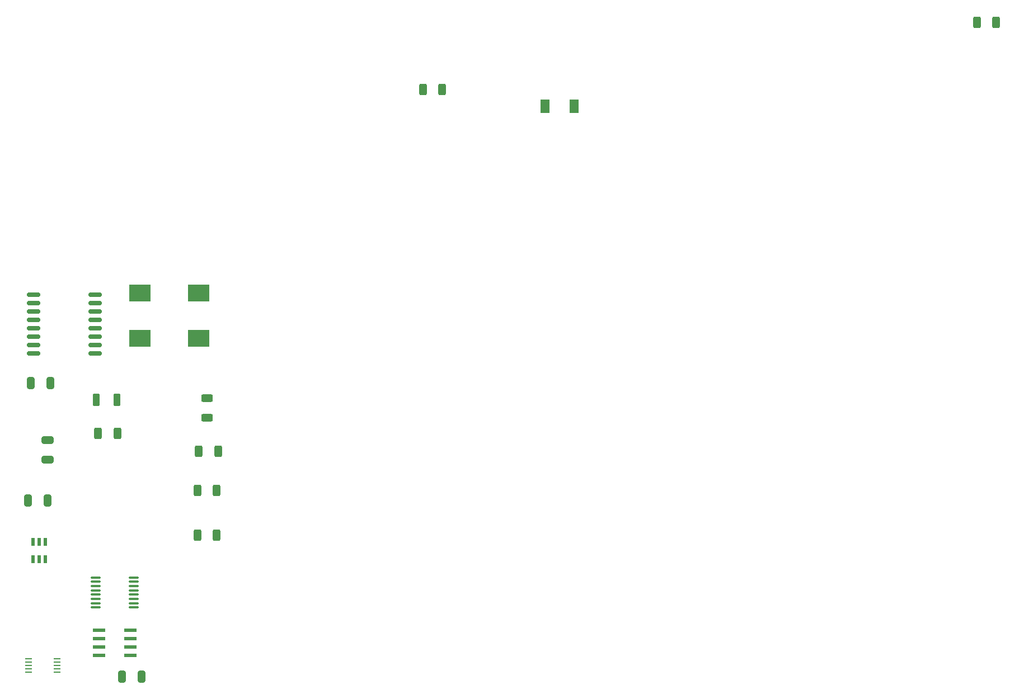
<source format=gbr>
%TF.GenerationSoftware,KiCad,Pcbnew,7.0.1*%
%TF.CreationDate,2023-04-07T11:41:16-04:00*%
%TF.ProjectId,smart penetrometer update,736d6172-7420-4706-956e-6574726f6d65,rev?*%
%TF.SameCoordinates,Original*%
%TF.FileFunction,Paste,Top*%
%TF.FilePolarity,Positive*%
%FSLAX46Y46*%
G04 Gerber Fmt 4.6, Leading zero omitted, Abs format (unit mm)*
G04 Created by KiCad (PCBNEW 7.0.1) date 2023-04-07 11:41:16*
%MOMM*%
%LPD*%
G01*
G04 APERTURE LIST*
G04 Aperture macros list*
%AMRoundRect*
0 Rectangle with rounded corners*
0 $1 Rounding radius*
0 $2 $3 $4 $5 $6 $7 $8 $9 X,Y pos of 4 corners*
0 Add a 4 corners polygon primitive as box body*
4,1,4,$2,$3,$4,$5,$6,$7,$8,$9,$2,$3,0*
0 Add four circle primitives for the rounded corners*
1,1,$1+$1,$2,$3*
1,1,$1+$1,$4,$5*
1,1,$1+$1,$6,$7*
1,1,$1+$1,$8,$9*
0 Add four rect primitives between the rounded corners*
20,1,$1+$1,$2,$3,$4,$5,0*
20,1,$1+$1,$4,$5,$6,$7,0*
20,1,$1+$1,$6,$7,$8,$9,0*
20,1,$1+$1,$8,$9,$2,$3,0*%
G04 Aperture macros list end*
%ADD10R,3.300000X2.500000*%
%ADD11RoundRect,0.250000X0.625000X-0.312500X0.625000X0.312500X-0.625000X0.312500X-0.625000X-0.312500X0*%
%ADD12RoundRect,0.250000X0.312500X0.625000X-0.312500X0.625000X-0.312500X-0.625000X0.312500X-0.625000X0*%
%ADD13RoundRect,0.150000X-0.875000X-0.150000X0.875000X-0.150000X0.875000X0.150000X-0.875000X0.150000X0*%
%ADD14R,1.100000X0.250000*%
%ADD15RoundRect,0.250000X-0.325000X-0.650000X0.325000X-0.650000X0.325000X0.650000X-0.325000X0.650000X0*%
%ADD16R,0.550000X1.200000*%
%ADD17RoundRect,0.250000X0.650000X-0.325000X0.650000X0.325000X-0.650000X0.325000X-0.650000X-0.325000X0*%
%ADD18R,1.400000X2.100000*%
%ADD19RoundRect,0.250000X-0.275000X-0.700000X0.275000X-0.700000X0.275000X0.700000X-0.275000X0.700000X0*%
%ADD20RoundRect,0.250000X-0.312500X-0.625000X0.312500X-0.625000X0.312500X0.625000X-0.312500X0.625000X0*%
%ADD21RoundRect,0.100000X-0.637500X-0.100000X0.637500X-0.100000X0.637500X0.100000X-0.637500X0.100000X0*%
%ADD22R,1.981200X0.558800*%
G04 APERTURE END LIST*
D10*
%TO.C,D2*%
X128270000Y-86770000D03*
X128270000Y-93570000D03*
%TD*%
%TO.C,D3*%
X137160000Y-86770000D03*
X137160000Y-93570000D03*
%TD*%
D11*
%TO.C,R5*%
X138430000Y-105602500D03*
X138430000Y-102677500D03*
%TD*%
D12*
%TO.C,R6*%
X140085000Y-110682500D03*
X137160000Y-110682500D03*
%TD*%
D13*
%TO.C,U2*%
X112190000Y-86995000D03*
X112190000Y-88265000D03*
X112190000Y-89535000D03*
X112190000Y-90805000D03*
X112190000Y-92075000D03*
X112190000Y-93345000D03*
X112190000Y-94615000D03*
X112190000Y-95885000D03*
X121490000Y-95885000D03*
X121490000Y-94615000D03*
X121490000Y-93345000D03*
X121490000Y-92075000D03*
X121490000Y-90805000D03*
X121490000Y-89535000D03*
X121490000Y-88265000D03*
X121490000Y-86995000D03*
%TD*%
D14*
%TO.C,U5*%
X111380000Y-142120000D03*
X111380000Y-142620000D03*
X111380000Y-143120000D03*
X111380000Y-143620000D03*
X111380000Y-144120000D03*
X115680000Y-144120000D03*
X115680000Y-143620000D03*
X115680000Y-143120000D03*
X115680000Y-142620000D03*
X115680000Y-142120000D03*
%TD*%
D15*
%TO.C,C12*%
X111350000Y-118110000D03*
X114300000Y-118110000D03*
%TD*%
D12*
%TO.C,R10*%
X139892500Y-123382500D03*
X136967500Y-123382500D03*
%TD*%
D16*
%TO.C,U11*%
X112080000Y-127030000D03*
X113030000Y-127030000D03*
X113980000Y-127030000D03*
X113980000Y-124430000D03*
X113030000Y-124430000D03*
X112080000Y-124430000D03*
%TD*%
D12*
%TO.C,R9*%
X139892500Y-116647500D03*
X136967500Y-116647500D03*
%TD*%
D15*
%TO.C,C6*%
X111760000Y-100330000D03*
X114710000Y-100330000D03*
%TD*%
D17*
%TO.C,C7*%
X114300000Y-111965000D03*
X114300000Y-109015000D03*
%TD*%
D15*
%TO.C,C10*%
X125525000Y-144780000D03*
X128475000Y-144780000D03*
%TD*%
D18*
%TO.C,D4*%
X189570000Y-58420000D03*
X193970000Y-58420000D03*
%TD*%
D19*
%TO.C,L1*%
X121615000Y-102870000D03*
X124765000Y-102870000D03*
%TD*%
D20*
%TO.C,R2*%
X171065000Y-55880000D03*
X173990000Y-55880000D03*
%TD*%
%TO.C,R3*%
X121920000Y-107950000D03*
X124845000Y-107950000D03*
%TD*%
%TO.C,R4*%
X254885000Y-45720000D03*
X257810000Y-45720000D03*
%TD*%
D21*
%TO.C,U8*%
X121597500Y-129805000D03*
X121597500Y-130455000D03*
X121597500Y-131105000D03*
X121597500Y-131755000D03*
X121597500Y-132405000D03*
X121597500Y-133055000D03*
X121597500Y-133705000D03*
X121597500Y-134355000D03*
X127322500Y-134355000D03*
X127322500Y-133705000D03*
X127322500Y-133055000D03*
X127322500Y-132405000D03*
X127322500Y-131755000D03*
X127322500Y-131105000D03*
X127322500Y-130455000D03*
X127322500Y-129805000D03*
%TD*%
D22*
%TO.C,U9*%
X122097800Y-137795000D03*
X122097800Y-139065000D03*
X122097800Y-140335000D03*
X122097800Y-141605000D03*
X126822200Y-141605000D03*
X126822200Y-140335000D03*
X126822200Y-139065000D03*
X126822200Y-137795000D03*
%TD*%
M02*

</source>
